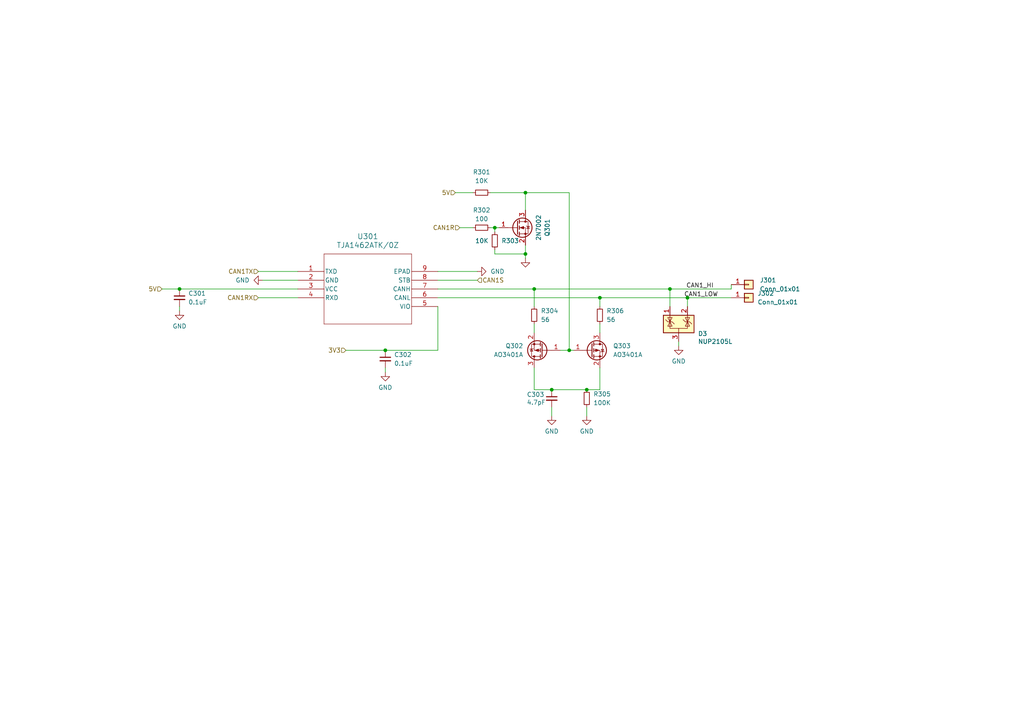
<source format=kicad_sch>
(kicad_sch (version 20250114) (generator "eeschema") (generator_version "9.0")
  (paper "A4")
  (title_block (title "CAN BUS") (date "2025-04-30"))
  (lib_symbols
    (symbol "Connector_Generic:Conn_01x01" (pin_names (offset 1.016) (hide yes))
      (property "Reference" "J" (at 0 2.54 0))
      (property "Value" "Conn_01x01" (at 0 -2.54 0))
      (symbol "Conn_01x01_1_1"
        (rectangle (start -1.27 1.27) (end 1.27 -1.27) (stroke (width 0.254)) (fill (type background)))
        (rectangle (start -1.27 0.127) (end 0 -0.127) (stroke (width 0.1524)))
        (pin passive line (at -5.08 0 0) (length 3.81) (name "Pin_1") (number "1"))
      )
    )
    (symbol "Device:C_Small" (pin_numbers (hide yes)) (pin_names (offset 0.254) (hide yes))
      (property "Reference" "C" (at 0.254 1.778 0))
      (property "Value" "C_Small" (at 0.254 -2.032 0))
      (symbol "C_Small_0_1"
        (polyline (pts (xy -1.524 0.508) (xy 1.524 0.508)) (stroke (width 0.3048)))
        (polyline (pts (xy -1.524 -0.508) (xy 1.524 -0.508)) (stroke (width 0.3302)))
      )
      (symbol "C_Small_1_1"
        (pin passive line (at 0 2.54 270) (length 2.032) (name "~") (number "1"))
        (pin passive line (at 0 -2.54 90) (length 2.032) (name "~") (number "2"))
      )
    )
    (symbol "Device:R_Small" (pin_numbers (hide yes)) (pin_names (offset 0.254) (hide yes))
      (property "Reference" "R" (at 0.762 0.508 0))
      (property "Value" "R_Small" (at 0.762 -1.016 0))
      (symbol "R_Small_0_1"
        (rectangle (start -0.762 1.778) (end 0.762 -1.778) (stroke (width 0.2032)))
      )
      (symbol "R_Small_1_1"
        (pin passive line (at 0 2.54 270) (length 0.762) (name "~") (number "1"))
        (pin passive line (at 0 -2.54 90) (length 0.762) (name "~") (number "2"))
      )
    )
    (symbol "Power_Protection:NUP2105L" (pin_names (hide yes))
      (property "Reference" "D" (at 5.715 2.54 0))
      (property "Value" "NUP2105L" (at 5.715 0.635 0))
      (symbol "NUP2105L_0_0"
        (pin passive line (at 0 -5.08 90) (length 2.54) (name "A") (number "3"))
      )
      (symbol "NUP2105L_0_1"
        (rectangle (start -4.445 2.54) (end 4.445 -2.54) (stroke (width 0.254)) (fill (type background)))
        (polyline (pts (xy -3.81 1.27) (xy -3.175 0.635) (xy -1.905 0.635) (xy -1.27 0)))
        (polyline (pts (xy -2.54 2.54) (xy -2.54 0.635)))
        (polyline (pts (xy -2.54 0.635) (xy -2.54 -1.27) (xy 2.54 -1.27) (xy 2.54 0.635)))
        (polyline (pts (xy -2.54 0.635) (xy -1.905 -0.635) (xy -3.175 -0.635) (xy -2.54 0.635)))
        (polyline (pts (xy -2.54 0.635) (xy -3.175 1.905) (xy -1.905 1.905) (xy -2.54 0.635) (xy -2.54 1.27)))
        (polyline (pts (xy 0 -1.27) (xy 0 -2.54)))
        (polyline (pts (xy 1.27 1.27) (xy 1.905 0.635) (xy 2.54 0.635) (xy 3.175 0.635) (xy 3.81 0)))
        (polyline (pts (xy 2.54 2.54) (xy 2.54 0.635)))
        (polyline (pts (xy 2.54 0.635) (xy 1.905 -0.635) (xy 3.175 -0.635) (xy 2.54 0.635)))
        (polyline (pts (xy 2.54 0.635) (xy 3.175 1.905) (xy 1.905 1.905) (xy 2.54 0.635)))
      )
      (symbol "NUP2105L_1_1"
        (pin passive line (at -2.54 5.08 270) (length 2.54) (name "K") (number "1"))
        (pin passive line (at 2.54 5.08 270) (length 2.54) (name "K") (number "2"))
      )
    )
    (symbol "Transistor_FET:2N7002" (pin_names (hide yes))
      (property "Reference" "Q" (at 5.08 1.905 0))
      (property "Value" "2N7002" (at 5.08 0 0))
      (symbol "2N7002_0_1"
        (polyline (pts (xy 0.254 1.905) (xy 0.254 -1.905)) (stroke (width 0.254)))
        (polyline (pts (xy 0.254 0) (xy -2.54 0)))
        (polyline (pts (xy 0.762 2.286) (xy 0.762 1.27)) (stroke (width 0.254)))
        (polyline (pts (xy 0.762 0.508) (xy 0.762 -0.508)) (stroke (width 0.254)))
        (polyline (pts (xy 0.762 -1.27) (xy 0.762 -2.286)) (stroke (width 0.254)))
        (polyline (pts (xy 0.762 -1.778) (xy 3.302 -1.778) (xy 3.302 1.778) (xy 0.762 1.778)))
        (polyline (pts (xy 1.016 0) (xy 2.032 0.381) (xy 2.032 -0.381) (xy 1.016 0)) (fill (type outline)))
        (circle (center 1.651 0) (radius 2.794) (stroke (width 0.254)))
        (polyline (pts (xy 2.54 2.54) (xy 2.54 1.778)))
        (circle (center 2.54 1.778) (radius 0.254) (fill (type outline)))
        (circle (center 2.54 -1.778) (radius 0.254) (fill (type outline)))
        (polyline (pts (xy 2.54 -2.54) (xy 2.54 0) (xy 0.762 0)))
        (polyline (pts (xy 2.794 0.508) (xy 2.921 0.381) (xy 3.683 0.381) (xy 3.81 0.254)))
        (polyline (pts (xy 3.302 0.381) (xy 2.921 -0.254) (xy 3.683 -0.254) (xy 3.302 0.381)))
      )
      (symbol "2N7002_1_1"
        (pin input line (at -5.08 0 0) (length 2.54) (name "G") (number "1"))
        (pin passive line (at 2.54 5.08 270) (length 2.54) (name "D") (number "3"))
        (pin passive line (at 2.54 -5.08 90) (length 2.54) (name "S") (number "2"))
      )
    )
    (symbol "Transistor_FET:AO3401A" (pin_names (hide yes))
      (property "Reference" "Q" (at 5.08 1.905 0))
      (property "Value" "AO3401A" (at 5.08 0 0))
      (symbol "AO3401A_0_1"
        (polyline (pts (xy 0.254 1.905) (xy 0.254 -1.905)) (stroke (width 0.254)))
        (polyline (pts (xy 0.254 0) (xy -2.54 0)))
        (polyline (pts (xy 0.762 2.286) (xy 0.762 1.27)) (stroke (width 0.254)))
        (polyline (pts (xy 0.762 1.778) (xy 3.302 1.778) (xy 3.302 -1.778) (xy 0.762 -1.778)))
        (polyline (pts (xy 0.762 0.508) (xy 0.762 -0.508)) (stroke (width 0.254)))
        (polyline (pts (xy 0.762 -1.27) (xy 0.762 -2.286)) (stroke (width 0.254)))
        (circle (center 1.651 0) (radius 2.794) (stroke (width 0.254)))
        (polyline (pts (xy 2.286 0) (xy 1.27 0.381) (xy 1.27 -0.381) (xy 2.286 0)) (fill (type outline)))
        (polyline (pts (xy 2.54 2.54) (xy 2.54 1.778)))
        (circle (center 2.54 1.778) (radius 0.254) (fill (type outline)))
        (circle (center 2.54 -1.778) (radius 0.254) (fill (type outline)))
        (polyline (pts (xy 2.54 -2.54) (xy 2.54 0) (xy 0.762 0)))
        (polyline (pts (xy 2.794 -0.508) (xy 2.921 -0.381) (xy 3.683 -0.381) (xy 3.81 -0.254)))
        (polyline (pts (xy 3.302 -0.381) (xy 2.921 0.254) (xy 3.683 0.254) (xy 3.302 -0.381)))
      )
      (symbol "AO3401A_1_1"
        (pin input line (at -5.08 0 0) (length 2.54) (name "G") (number "1"))
        (pin passive line (at 2.54 5.08 270) (length 2.54) (name "D") (number "3"))
        (pin passive line (at 2.54 -5.08 90) (length 2.54) (name "S") (number "2"))
      )
    )
    (symbol "power:GND" (power) (pin_names (offset 0))
      (property "Value" "GND" (at 0 -3.81 0))
      (symbol "GND_0_1"
        (polyline (pts (xy 0 0) (xy 0 -1.27) (xy 1.27 -1.27) (xy 0 -2.54) (xy -1.27 -1.27) (xy 0 -1.27)))
      )
      (symbol "GND_1_1"
        (pin power_in line (at 0 0 270) (length 0) (hide yes) (name "GND") (number "1"))
      )
    )
    (symbol "tja1461:TJA1462ATK_0Z" (pin_names (offset 0.254))
      (property "Reference" "U" (at 20.32 10.16 0))
      (property "Value" "TJA1462ATK/0Z" (at 20.32 7.62 0))
      (symbol "TJA1462ATK_0Z_0_1"
        (polyline (pts (xy 7.62 5.08) (xy 7.62 -15.24)) (stroke (width 0.127)))
        (polyline (pts (xy 7.62 -15.24) (xy 33.02 -15.24)) (stroke (width 0.127)))
        (polyline (pts (xy 33.02 5.08) (xy 7.62 5.08)) (stroke (width 0.127)))
        (polyline (pts (xy 33.02 -15.24) (xy 33.02 5.08)) (stroke (width 0.127)))
        (pin input line (at 0 0 0) (length 7.62) (name "TXD") (number "1"))
        (pin power_out line (at 0 -2.54 0) (length 7.62) (name "GND") (number "2"))
        (pin power_in line (at 0 -5.08 0) (length 7.62) (name "VCC") (number "3"))
        (pin output line (at 0 -7.62 0) (length 7.62) (name "RXD") (number "4"))
        (pin power_out line (at 40.64 0 180) (length 7.62) (name "EPAD") (number "9"))
        (pin input line (at 40.64 -2.54 180) (length 7.62) (name "STB") (number "8"))
        (pin bidirectional line (at 40.64 -5.08 180) (length 7.62) (name "CANH") (number "7"))
        (pin bidirectional line (at 40.64 -7.62 180) (length 7.62) (name "CANL") (number "6"))
        (pin power_in line (at 40.64 -10.16 180) (length 7.62) (name "VIO") (number "5"))
      )
    )
  )
  (junction (at 160.02 113.03))
  (junction (at 170.18 113.03))
  (junction (at 199.39 86.36))
  (junction (at 173.99 86.36))
  (junction (at 111.76 101.6))
  (junction (at 52.07 83.82))
  (junction (at 154.94 83.82))
  (junction (at 152.4 73.66))
  (junction (at 165.1 101.6))
  (junction (at 143.51 66.04))
  (junction (at 194.31 83.82))
  (junction (at 152.4 55.88))
  (wire (pts (xy 160.02 113.03) (xy 170.18 113.03)))
  (wire (pts (xy 152.4 73.66) (xy 152.4 74.93)))
  (wire (pts (xy 212.09 83.82) (xy 212.09 82.55)))
  (wire (pts (xy 173.99 86.36) (xy 199.39 86.36)))
  (wire (pts (xy 133.35 66.04) (xy 137.16 66.04)))
  (wire (pts (xy 160.02 118.11) (xy 160.02 120.65)))
  (wire (pts (xy 173.99 86.36) (xy 173.99 88.9)))
  (wire (pts (xy 154.94 113.03) (xy 160.02 113.03)))
  (wire (pts (xy 173.99 113.03) (xy 173.99 106.68)))
  (wire (pts (xy 111.76 101.6) (xy 127 101.6)))
  (wire (pts (xy 173.99 93.98) (xy 173.99 96.52)))
  (wire (pts (xy 194.31 83.82) (xy 194.31 88.9)))
  (wire (pts (xy 127 101.6) (xy 127 88.9)))
  (wire (pts (xy 199.39 86.36) (xy 212.09 86.36)))
  (wire (pts (xy 194.31 83.82) (xy 212.09 83.82)))
  (wire (pts (xy 127 86.36) (xy 173.99 86.36)))
  (wire (pts (xy 162.56 101.6) (xy 165.1 101.6)))
  (wire (pts (xy 74.93 78.74) (xy 86.36 78.74)))
  (wire (pts (xy 199.39 86.36) (xy 199.39 88.9)))
  (wire (pts (xy 74.93 86.36) (xy 86.36 86.36)))
  (wire (pts (xy 127 83.82) (xy 154.94 83.82)))
  (wire (pts (xy 170.18 113.03) (xy 173.99 113.03)))
  (wire (pts (xy 100.33 101.6) (xy 111.76 101.6)))
  (wire (pts (xy 142.24 66.04) (xy 143.51 66.04)))
  (wire (pts (xy 152.4 55.88) (xy 152.4 60.96)))
  (wire (pts (xy 127 81.28) (xy 138.43 81.28)))
  (wire (pts (xy 154.94 83.82) (xy 154.94 88.9)))
  (wire (pts (xy 165.1 101.6) (xy 166.37 101.6)))
  (wire (pts (xy 152.4 55.88) (xy 165.1 55.88)))
  (wire (pts (xy 52.07 83.82) (xy 86.36 83.82)))
  (wire (pts (xy 111.76 106.68) (xy 111.76 107.95)))
  (wire (pts (xy 154.94 106.68) (xy 154.94 113.03)))
  (wire (pts (xy 132.08 55.88) (xy 137.16 55.88)))
  (wire (pts (xy 46.99 83.82) (xy 52.07 83.82)))
  (wire (pts (xy 143.51 72.39) (xy 143.51 73.66)))
  (wire (pts (xy 165.1 55.88) (xy 165.1 101.6)))
  (wire (pts (xy 142.24 55.88) (xy 152.4 55.88)))
  (wire (pts (xy 154.94 83.82) (xy 194.31 83.82)))
  (wire (pts (xy 170.18 118.11) (xy 170.18 120.65)))
  (wire (pts (xy 152.4 71.12) (xy 152.4 73.66)))
  (wire (pts (xy 154.94 93.98) (xy 154.94 96.52)))
  (wire (pts (xy 52.07 88.9) (xy 52.07 90.17)))
  (wire (pts (xy 76.2 81.28) (xy 86.36 81.28)))
  (wire (pts (xy 196.85 99.06) (xy 196.85 100.33)))
  (wire (pts (xy 143.51 66.04) (xy 143.51 67.31)))
  (wire (pts (xy 143.51 73.66) (xy 152.4 73.66)))
  (wire (pts (xy 127 78.74) (xy 138.43 78.74)))
  (wire (pts (xy 143.51 66.04) (xy 144.78 66.04)))
  (label "CAN1_HI" (at 207.01 83.82 180))
  (label "CAN1_LOW" (at 208.28 86.36 180))
  (hierarchical_label "CAN1R" (shape input) (at 133.35 66.04 180))
  (hierarchical_label "CAN1TX" (shape input) (at 74.93 78.74 180))
  (hierarchical_label "3V3" (shape input) (at 100.33 101.6 180))
  (hierarchical_label "5V" (shape input) (at 132.08 55.88 180))
  (hierarchical_label "CAN1S" (shape input) (at 138.43 81.28 0))
  (hierarchical_label "CAN1RX" (shape input) (at 74.93 86.36 180))
  (hierarchical_label "5V" (shape input) (at 46.99 83.82 180))
  (symbol (lib_id "Transistor_FET:AO3401A") (at 157.48 101.6 180) (unit 1)
    (property "Reference" "Q302" (at 151.765 100.33 0) (effects (justify left)))
    (property "Value" "AO3401A" (at 151.765 102.87 0) (effects (justify left)))
    (property "Footprint" "Package_TO_SOT_SMD:SOT-23" (effects (hide yes)))
    (property "Datasheet" "http://www.aosmd.com/pdfs/datasheet/AO3401A.pdf" (effects (hide yes)))
    (property "LCSC" "C15127" (effects (hide yes)))
    (instances (project "CAN2GPIO2" (path "" (reference "Q302") (unit 1))) (project "CAN2GPIO2" (path "" (reference "Q602") (unit 1))) (project "CAN2GPIO2" (path "" (reference "Q203") (unit 1))))
  )
  (symbol (lib_id "power:GND") (at 52.07 90.17 0) (unit 1)
    (property "Reference" "#PWR0301" (effects (hide yes)))
    (property "Value" "GND" (at 52.07 94.615 0))
    (instances (project "CAN2GPIO2" (path "" (reference "#PWR0301") (unit 1))) (project "CAN2GPIO2" (path "" (reference "#PWR0602") (unit 1))) (project "CAN2GPIO2" (path "" (reference "#PWR0203") (unit 1))))
  )
  (symbol (lib_id "Device:R_Small") (at 139.7 55.88 90) (unit 1)
    (property "Reference" "R301" (at 139.7 49.911 90))
    (property "Value" "10K" (at 139.7 52.451 90))
    (property "Footprint" "Resistor_SMD:R_0603_1608Metric" (effects (hide yes)))
    (property "LCSC" "C25804" (effects (hide yes)))
    (instances (project "CAN2GPIO2" (path "" (reference "R301") (unit 1))) (project "CAN2GPIO2" (path "" (reference "R603") (unit 1))) (project "CAN2GPIO2" (path "" (reference "R205") (unit 1))))
  )
  (symbol (lib_id "Connector_Generic:Conn_01x01") (at 217.17 82.55 0) (unit 1) (in_bom no)
    (property "Reference" "J301" (at 220.345 81.28 0) (effects (justify left)))
    (property "Value" "Conn_01x01" (at 220.345 83.82 0) (effects (justify left)))
    (property "Footprint" "Connector_PinHeader_2.54mm:PinHeader_1x01_P2.54mm_Vertical" (effects (hide yes)))
    (instances (project "CAN2GPIO2" (path "" (reference "J301") (unit 1))) (project "CAN2GPIO2" (path "" (reference "J601") (unit 1))) (project "CAN2GPIO2" (path "" (reference "J201") (unit 1))))
  )
  (symbol (lib_id "Device:C_Small") (at 160.02 115.57 0) (unit 1)
    (property "Reference" "C303" (at 152.781 114.427 0) (effects (justify left)))
    (property "Value" "4.7pF" (at 152.781 116.713 0) (effects (justify left)))
    (property "Footprint" "Capacitor_SMD:C_0603_1608Metric" (effects (hide yes)))
    (property "LCSC" "C1669" (effects (hide yes)))
    (instances (project "CAN2GPIO2" (path "" (reference "C303") (unit 1))) (project "CAN2GPIO2" (path "" (reference "C603") (unit 1))) (project "CAN2GPIO2" (path "" (reference "C205") (unit 1))))
  )
  (symbol (lib_id "power:GND") (at 76.2 81.28 270) (unit 1)
    (property "Reference" "#PWR0302" (effects (hide yes)))
    (property "Value" "GND" (at 72.39 81.2799 90) (effects (justify right)))
  )
  (symbol (lib_id "Device:R_Small") (at 154.94 91.44 0) (unit 1)
    (property "Reference" "R304" (at 156.845 90.17 0) (effects (justify left)))
    (property "Value" "56" (at 156.845 92.71 0) (effects (justify left)))
    (property "Footprint" "Resistor_SMD:R_0603_1608Metric" (effects (hide yes)))
    (property "LCSC" "C25196" (effects (hide yes)))
    (instances (project "CAN2GPIO2" (path "" (reference "R304") (unit 1))) (project "CAN2GPIO2" (path "" (reference "R604") (unit 1))) (project "CAN2GPIO2" (path "" (reference "R207") (unit 1))))
  )
  (symbol (lib_id "power:GND") (at 160.02 120.65 0) (unit 1)
    (property "Reference" "#PWR0306" (effects (hide yes)))
    (property "Value" "GND" (at 160.02 125.095 0))
    (instances (project "CAN2GPIO2" (path "" (reference "#PWR0306") (unit 1))) (project "CAN2GPIO2" (path "" (reference "#PWR0605") (unit 1))) (project "CAN2GPIO2" (path "" (reference "#PWR0209") (unit 1))))
  )
  (symbol (lib_id "Device:C_Small") (at 111.76 104.14 0) (unit 1)
    (property "Reference" "C302" (at 114.3 102.8763 0) (effects (justify left)))
    (property "Value" "0.1uF" (at 114.3 105.4163 0) (effects (justify left)))
    (property "Footprint" "Capacitor_SMD:C_0603_1608Metric" (effects (hide yes)))
    (property "LCSC" "C14663" (effects (hide yes)))
    (instances (project "CAN2GPIO2" (path "" (reference "C302") (unit 1))) (project "CAN2GPIO2" (path "" (reference "C601") (unit 1))) (project "CAN2GPIO2" (path "" (reference "C201") (unit 1))))
  )
  (symbol (lib_id "power:GND") (at 138.43 78.74 90) (unit 1)
    (property "Reference" "#PWR0304" (effects (hide yes)))
    (property "Value" "GND" (at 142.24 78.7399 90) (effects (justify right)))
  )
  (symbol (lib_id "power:GND") (at 152.4 74.93 0) (unit 1)
    (property "Reference" "#PWR0305" (effects (hide yes)))
    (property "Value" "GND" (effects (hide yes)))
    (instances (project "CAN2GPIO2" (path "" (reference "#PWR0305") (unit 1))) (project "CAN2GPIO2" (path "" (reference "#PWR0604") (unit 1))) (project "CAN2GPIO2" (path "" (reference "#PWR0207") (unit 1))))
  )
  (symbol (lib_id "Device:R_Small") (at 139.7 66.04 90) (unit 1)
    (property "Reference" "R302" (at 139.7 60.96 90))
    (property "Value" "100" (at 139.7 63.5 90))
    (property "Footprint" "Resistor_SMD:R_0603_1608Metric" (effects (hide yes)))
    (property "LCSC" "C22775" (effects (hide yes)))
    (instances (project "CAN2GPIO2" (path "" (reference "R302") (unit 1))) (project "CAN2GPIO2" (path "" (reference "R601") (unit 1))) (project "CAN2GPIO2" (path "" (reference "R201") (unit 1))))
  )
  (symbol (lib_id "Transistor_FET:AO3401A") (at 171.45 101.6 0) (unit 1)
    (property "Reference" "Q303" (at 177.8 100.33 0) (effects (justify left)))
    (property "Value" "AO3401A" (at 177.8 102.87 0) (effects (justify left)))
    (property "Footprint" "Package_TO_SOT_SMD:SOT-23" (effects (hide yes)))
    (property "Datasheet" "http://www.aosmd.com/pdfs/datasheet/AO3401A.pdf" (effects (hide yes)))
    (property "LCSC" "C15127" (effects (hide yes)))
    (instances (project "CAN2GPIO2" (path "" (reference "Q303") (unit 1))) (project "CAN2GPIO2" (path "" (reference "Q603") (unit 1))) (project "CAN2GPIO2" (path "" (reference "Q205") (unit 1))))
  )
  (symbol (lib_id "Connector_Generic:Conn_01x01") (at 217.17 86.36 0) (unit 1) (in_bom no)
    (property "Reference" "J302" (at 219.71 85.09 0) (effects (justify left)))
    (property "Value" "Conn_01x01" (at 219.71 87.63 0) (effects (justify left)))
    (property "Footprint" "Connector_PinHeader_2.54mm:PinHeader_1x01_P2.54mm_Vertical" (effects (hide yes)))
    (instances (project "CAN2GPIO2" (path "" (reference "J302") (unit 1))) (project "CAN2GPIO2" (path "" (reference "J602") (unit 1))) (project "CAN2GPIO2" (path "" (reference "J202") (unit 1))))
  )
  (symbol (lib_id "power:GND") (at 196.85 100.33 0) (unit 1)
    (property "Reference" "#PWR0308" (effects (hide yes)))
    (property "Value" "GND" (at 196.85 104.775 0))
    (instances (project "can2gpio" (path "" (reference "#PWR017") (unit 1))) (project "can2gpio" (path "" (reference "#PWR0308") (unit 1))) (project "can2gpio" (path "" (reference "#PWR0607") (unit 1))) (project "CAN2GPIO2" (path "" (reference "#PWR0214") (unit 1))))
  )
  (symbol (lib_id "power:GND") (at 111.76 107.95 0) (unit 1)
    (property "Reference" "#PWR0303" (effects (hide yes)))
    (property "Value" "GND" (at 111.76 112.395 0))
    (instances (project "CAN2GPIO2" (path "" (reference "#PWR0303") (unit 1))) (project "CAN2GPIO2" (path "" (reference "#PWR0601") (unit 1))) (project "CAN2GPIO2" (path "" (reference "#PWR0201") (unit 1))))
  )
  (symbol (lib_id "Device:R_Small") (at 170.18 115.57 0) (unit 1)
    (property "Reference" "R305" (at 172.085 114.3 0) (effects (justify left)))
    (property "Value" "100K" (at 172.085 116.84 0) (effects (justify left)))
    (property "Footprint" "Resistor_SMD:R_0603_1608Metric" (effects (hide yes)))
    (property "LCSC" "C25803" (effects (hide yes)))
    (instances (project "CAN2GPIO2" (path "" (reference "R305") (unit 1))) (project "CAN2GPIO2" (path "" (reference "R605") (unit 1))) (project "CAN2GPIO2" (path "" (reference "R209") (unit 1))))
  )
  (symbol (lib_id "Device:C_Small") (at 52.07 86.36 0) (unit 1)
    (property "Reference" "C301" (at 54.61 85.0963 0) (effects (justify left)))
    (property "Value" "0.1uF" (at 54.61 87.6363 0) (effects (justify left)))
    (property "Footprint" "Capacitor_SMD:C_0603_1608Metric" (effects (hide yes)))
    (property "LCSC" "C14663" (effects (hide yes)))
    (instances (project "CAN2GPIO2" (path "" (reference "C301") (unit 1))) (project "CAN2GPIO2" (path "" (reference "C602") (unit 1))) (project "CAN2GPIO2" (path "" (reference "C203") (unit 1))))
  )
  (symbol (lib_id "power:GND") (at 170.18 120.65 0) (unit 1)
    (property "Reference" "#PWR0307" (effects (hide yes)))
    (property "Value" "GND" (at 170.18 125.095 0))
    (instances (project "CAN2GPIO2" (path "" (reference "#PWR0307") (unit 1))) (project "CAN2GPIO2" (path "" (reference "#PWR0606") (unit 1))) (project "CAN2GPIO2" (path "" (reference "#PWR0211") (unit 1))))
  )
  (symbol (lib_id "Device:R_Small") (at 143.51 69.85 180) (unit 1)
    (property "Reference" "R303" (at 145.415 69.85 0) (effects (justify right)))
    (property "Value" "10K" (at 137.795 69.85 0) (effects (justify right)))
    (property "Footprint" "Resistor_SMD:R_0603_1608Metric" (effects (hide yes)))
    (property "LCSC" "C25804" (effects (hide yes)))
    (instances (project "CAN2GPIO2" (path "" (reference "R303") (unit 1))) (project "CAN2GPIO2" (path "" (reference "R602") (unit 1))) (project "CAN2GPIO2" (path "" (reference "R203") (unit 1))))
  )
  (symbol (lib_id "tja1461:TJA1462ATK_0Z") (at 86.36 78.74 0) (unit 1)
    (property "Reference" "U301" (at 106.68 68.58 0) (effects (font (size 1.524 1.524))))
    (property "Value" "TJA1462ATK/0Z" (at 106.68 71.12 0) (effects (font (size 1.524 1.524))))
    (property "Footprint" "footprints:HVSON8_TJA1462_NXP" (effects (hide yes)))
    (property "Datasheet" "TJA1462ATK/0Z" (effects (hide yes)))
    (property "LCSC" "C3229259" (effects (hide yes)))
  )
  (symbol (lib_id "Power_Protection:NUP2105L") (at 196.85 93.98 0) (unit 1)
    (property "Reference" "D301" (at 202.438 96.774 0) (effects (justify left)))
    (property "Value" "NUP2105L" (at 202.438 99.06 0) (effects (justify left)))
    (property "Footprint" "Package_TO_SOT_SMD:SOT-23" (effects (hide yes)))
    (property "Datasheet" "http://www.onsemi.com/pub_link/Collateral/NUP2105L-D.PDF" (effects (hide yes)))
    (property "LCSC" "C284104" (effects (hide yes)))
    (instances (project "can2gpio" (path "" (reference "D3") (unit 1))) (project "can2gpio" (path "" (reference "D301") (unit 1))) (project "can2gpio" (path "" (reference "D601") (unit 1))) (project "CAN2GPIO2" (path "" (reference "D202") (unit 1))))
  )
  (symbol (lib_id "Device:R_Small") (at 173.99 91.44 0) (unit 1)
    (property "Reference" "R306" (at 175.895 90.17 0) (effects (justify left)))
    (property "Value" "56" (at 175.895 92.71 0) (effects (justify left)))
    (property "Footprint" "Resistor_SMD:R_0603_1608Metric" (effects (hide yes)))
    (property "LCSC" "C25196" (effects (hide yes)))
    (instances (project "CAN2GPIO2" (path "" (reference "R306") (unit 1))) (project "CAN2GPIO2" (path "" (reference "R606") (unit 1))) (project "CAN2GPIO2" (path "" (reference "R211") (unit 1))))
  )
  (symbol (lib_id "Transistor_FET:2N7002") (at 149.86 66.04 0) (unit 1)
    (property "Reference" "Q301" (at 158.75 66.04 90))
    (property "Value" "2N7002" (at 156.21 66.04 90))
    (property "Footprint" "Package_TO_SOT_SMD:SOT-23" (effects (hide yes)))
    (property "Datasheet" "https://www.onsemi.com/pub/Collateral/NDS7002A-D.PDF" (effects (hide yes)))
    (property "LCSC" "C8545" (effects (hide yes)))
    (instances (project "CAN2GPIO2" (path "" (reference "Q301") (unit 1))) (project "CAN2GPIO2" (path "" (reference "Q601") (unit 1))) (project "CAN2GPIO2" (path "" (reference "Q201") (unit 1))))
  )
)
</source>
